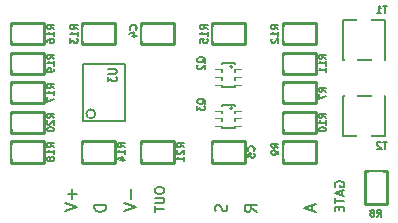
<source format=gbo>
G04 (created by PCBNEW (2013-07-07 BZR 4022)-stable) date 2014-06-17 1:27:57 PM*
%MOIN*%
G04 Gerber Fmt 3.4, Leading zero omitted, Abs format*
%FSLAX34Y34*%
G01*
G70*
G90*
G04 APERTURE LIST*
%ADD10C,0.00590551*%
%ADD11C,0.0075*%
%ADD12C,0.006*%
%ADD13C,0.008*%
%ADD14C,0.0026*%
%ADD15C,0.01*%
%ADD16C,0.00625*%
%ADD17C,0.0063*%
%ADD18R,0.0512X0.0118*%
%ADD19R,0.0314X0.0157*%
%ADD20R,0.032X0.045*%
%ADD21R,0.045X0.032*%
%ADD22R,0.0393701X0.0492126*%
%ADD23R,0.0472441X0.0492126*%
G04 APERTURE END LIST*
G54D10*
G54D11*
X41249Y-35896D02*
X41249Y-36201D01*
X41402Y-36049D02*
X41097Y-36049D01*
X41002Y-36334D02*
X41402Y-36468D01*
X41002Y-36601D01*
X43218Y-35896D02*
X43218Y-36201D01*
X42970Y-36334D02*
X43370Y-36468D01*
X42970Y-36601D01*
G54D12*
X44002Y-35900D02*
X44002Y-35961D01*
X44017Y-35991D01*
X44048Y-36022D01*
X44109Y-36037D01*
X44215Y-36037D01*
X44276Y-36022D01*
X44307Y-35991D01*
X44322Y-35961D01*
X44322Y-35900D01*
X44307Y-35869D01*
X44276Y-35839D01*
X44215Y-35824D01*
X44109Y-35824D01*
X44048Y-35839D01*
X44017Y-35869D01*
X44002Y-35900D01*
X44002Y-36174D02*
X44261Y-36174D01*
X44291Y-36189D01*
X44307Y-36205D01*
X44322Y-36235D01*
X44322Y-36296D01*
X44307Y-36327D01*
X44291Y-36342D01*
X44261Y-36357D01*
X44002Y-36357D01*
X44002Y-36464D02*
X44002Y-36647D01*
X44322Y-36555D02*
X44002Y-36555D01*
X50021Y-35802D02*
X50006Y-35771D01*
X50006Y-35725D01*
X50021Y-35680D01*
X50052Y-35649D01*
X50082Y-35634D01*
X50143Y-35619D01*
X50189Y-35619D01*
X50250Y-35634D01*
X50280Y-35649D01*
X50311Y-35680D01*
X50326Y-35725D01*
X50326Y-35756D01*
X50311Y-35802D01*
X50295Y-35817D01*
X50189Y-35817D01*
X50189Y-35756D01*
X50234Y-35939D02*
X50234Y-36091D01*
X50326Y-35908D02*
X50006Y-36015D01*
X50326Y-36122D01*
X50006Y-36183D02*
X50006Y-36365D01*
X50326Y-36274D02*
X50006Y-36274D01*
X50158Y-36472D02*
X50158Y-36579D01*
X50326Y-36624D02*
X50326Y-36472D01*
X50006Y-36472D01*
X50006Y-36624D01*
G54D11*
X49260Y-36420D02*
X49260Y-36610D01*
X49374Y-36382D02*
X48974Y-36515D01*
X49374Y-36649D01*
X47405Y-36639D02*
X47215Y-36506D01*
X47405Y-36410D02*
X47005Y-36410D01*
X47005Y-36563D01*
X47025Y-36601D01*
X47044Y-36620D01*
X47082Y-36639D01*
X47139Y-36639D01*
X47177Y-36620D01*
X47196Y-36601D01*
X47215Y-36563D01*
X47215Y-36410D01*
X46402Y-36401D02*
X46421Y-36458D01*
X46421Y-36553D01*
X46402Y-36591D01*
X46383Y-36610D01*
X46345Y-36630D01*
X46307Y-36630D01*
X46269Y-36610D01*
X46250Y-36591D01*
X46231Y-36553D01*
X46212Y-36477D01*
X46193Y-36439D01*
X46174Y-36420D01*
X46136Y-36401D01*
X46097Y-36401D01*
X46059Y-36420D01*
X46040Y-36439D01*
X46021Y-36477D01*
X46021Y-36572D01*
X46040Y-36630D01*
X42386Y-36410D02*
X41986Y-36410D01*
X41986Y-36506D01*
X42005Y-36563D01*
X42043Y-36601D01*
X42081Y-36620D01*
X42157Y-36639D01*
X42214Y-36639D01*
X42291Y-36620D01*
X42329Y-36601D01*
X42367Y-36563D01*
X42386Y-36506D01*
X42386Y-36410D01*
G54D13*
X43022Y-33627D02*
X43022Y-31727D01*
X43022Y-31727D02*
X41622Y-31727D01*
X41622Y-31727D02*
X41622Y-33627D01*
X41622Y-33627D02*
X43022Y-33627D01*
X42022Y-33377D02*
G75*
G03X42022Y-33377I-150J0D01*
G74*
G01*
G54D14*
X46889Y-33150D02*
X46889Y-33268D01*
X46889Y-33268D02*
X46692Y-33268D01*
X46692Y-33150D02*
X46692Y-33268D01*
X46889Y-33150D02*
X46692Y-33150D01*
X46889Y-33405D02*
X46889Y-33523D01*
X46889Y-33523D02*
X46692Y-33523D01*
X46692Y-33405D02*
X46692Y-33523D01*
X46889Y-33405D02*
X46692Y-33405D01*
X46889Y-33660D02*
X46889Y-33778D01*
X46889Y-33778D02*
X46692Y-33778D01*
X46692Y-33660D02*
X46692Y-33778D01*
X46889Y-33660D02*
X46692Y-33660D01*
X46220Y-33660D02*
X46220Y-33778D01*
X46220Y-33778D02*
X46023Y-33778D01*
X46023Y-33660D02*
X46023Y-33778D01*
X46220Y-33660D02*
X46023Y-33660D01*
X46220Y-33405D02*
X46220Y-33523D01*
X46220Y-33523D02*
X46023Y-33523D01*
X46023Y-33405D02*
X46023Y-33523D01*
X46220Y-33405D02*
X46023Y-33405D01*
X46220Y-33150D02*
X46220Y-33268D01*
X46220Y-33268D02*
X46023Y-33268D01*
X46023Y-33150D02*
X46023Y-33268D01*
X46220Y-33150D02*
X46023Y-33150D01*
G54D13*
X46240Y-33071D02*
X46240Y-33857D01*
X46240Y-33857D02*
X46672Y-33857D01*
X46672Y-33857D02*
X46672Y-33071D01*
X46672Y-33071D02*
X46240Y-33071D01*
G54D12*
X46595Y-33189D02*
G75*
G03X46595Y-33189I-41J0D01*
G74*
G01*
G54D14*
X46889Y-31772D02*
X46889Y-31890D01*
X46889Y-31890D02*
X46692Y-31890D01*
X46692Y-31772D02*
X46692Y-31890D01*
X46889Y-31772D02*
X46692Y-31772D01*
X46889Y-32027D02*
X46889Y-32145D01*
X46889Y-32145D02*
X46692Y-32145D01*
X46692Y-32027D02*
X46692Y-32145D01*
X46889Y-32027D02*
X46692Y-32027D01*
X46889Y-32282D02*
X46889Y-32400D01*
X46889Y-32400D02*
X46692Y-32400D01*
X46692Y-32282D02*
X46692Y-32400D01*
X46889Y-32282D02*
X46692Y-32282D01*
X46220Y-32282D02*
X46220Y-32400D01*
X46220Y-32400D02*
X46023Y-32400D01*
X46023Y-32282D02*
X46023Y-32400D01*
X46220Y-32282D02*
X46023Y-32282D01*
X46220Y-32027D02*
X46220Y-32145D01*
X46220Y-32145D02*
X46023Y-32145D01*
X46023Y-32027D02*
X46023Y-32145D01*
X46220Y-32027D02*
X46023Y-32027D01*
X46220Y-31772D02*
X46220Y-31890D01*
X46220Y-31890D02*
X46023Y-31890D01*
X46023Y-31772D02*
X46023Y-31890D01*
X46220Y-31772D02*
X46023Y-31772D01*
G54D13*
X46240Y-31693D02*
X46240Y-32479D01*
X46240Y-32479D02*
X46672Y-32479D01*
X46672Y-32479D02*
X46672Y-31693D01*
X46672Y-31693D02*
X46240Y-31693D01*
G54D12*
X46595Y-31811D02*
G75*
G03X46595Y-31811I-41J0D01*
G74*
G01*
G54D15*
X48267Y-34291D02*
X49370Y-34291D01*
X49370Y-34291D02*
X49370Y-35000D01*
X49370Y-35000D02*
X48267Y-35000D01*
X48267Y-35000D02*
X48267Y-34291D01*
X42677Y-35000D02*
X41574Y-35000D01*
X41574Y-35000D02*
X41574Y-34291D01*
X41574Y-34291D02*
X42677Y-34291D01*
X42677Y-34291D02*
X42677Y-35000D01*
X40314Y-35000D02*
X39212Y-35000D01*
X39212Y-35000D02*
X39212Y-34291D01*
X39212Y-34291D02*
X40314Y-34291D01*
X40314Y-34291D02*
X40314Y-35000D01*
X49370Y-34015D02*
X48267Y-34015D01*
X48267Y-34015D02*
X48267Y-33307D01*
X48267Y-33307D02*
X49370Y-33307D01*
X49370Y-33307D02*
X49370Y-34015D01*
X48267Y-32322D02*
X49370Y-32322D01*
X49370Y-32322D02*
X49370Y-33031D01*
X49370Y-33031D02*
X48267Y-33031D01*
X48267Y-33031D02*
X48267Y-32322D01*
X48267Y-31338D02*
X49370Y-31338D01*
X49370Y-31338D02*
X49370Y-32047D01*
X49370Y-32047D02*
X48267Y-32047D01*
X48267Y-32047D02*
X48267Y-31338D01*
X49370Y-31062D02*
X48267Y-31062D01*
X48267Y-31062D02*
X48267Y-30354D01*
X48267Y-30354D02*
X49370Y-30354D01*
X49370Y-30354D02*
X49370Y-31062D01*
X44645Y-35000D02*
X43543Y-35000D01*
X43543Y-35000D02*
X43543Y-34291D01*
X43543Y-34291D02*
X44645Y-34291D01*
X44645Y-34291D02*
X44645Y-35000D01*
X45905Y-34291D02*
X47007Y-34291D01*
X47007Y-34291D02*
X47007Y-35000D01*
X47007Y-35000D02*
X45905Y-35000D01*
X45905Y-35000D02*
X45905Y-34291D01*
X45905Y-30354D02*
X47007Y-30354D01*
X47007Y-30354D02*
X47007Y-31062D01*
X47007Y-31062D02*
X45905Y-31062D01*
X45905Y-31062D02*
X45905Y-30354D01*
X40314Y-31062D02*
X39212Y-31062D01*
X39212Y-31062D02*
X39212Y-30354D01*
X39212Y-30354D02*
X40314Y-30354D01*
X40314Y-30354D02*
X40314Y-31062D01*
X39212Y-32322D02*
X40314Y-32322D01*
X40314Y-32322D02*
X40314Y-33031D01*
X40314Y-33031D02*
X39212Y-33031D01*
X39212Y-33031D02*
X39212Y-32322D01*
X39212Y-33307D02*
X40314Y-33307D01*
X40314Y-33307D02*
X40314Y-34015D01*
X40314Y-34015D02*
X39212Y-34015D01*
X39212Y-34015D02*
X39212Y-33307D01*
X40314Y-32047D02*
X39212Y-32047D01*
X39212Y-32047D02*
X39212Y-31338D01*
X39212Y-31338D02*
X40314Y-31338D01*
X40314Y-31338D02*
X40314Y-32047D01*
X42677Y-31062D02*
X41574Y-31062D01*
X41574Y-31062D02*
X41574Y-30354D01*
X41574Y-30354D02*
X42677Y-30354D01*
X42677Y-30354D02*
X42677Y-31062D01*
X51023Y-36377D02*
X51023Y-35275D01*
X51023Y-35275D02*
X51732Y-35275D01*
X51732Y-35275D02*
X51732Y-36377D01*
X51732Y-36377D02*
X51023Y-36377D01*
X44645Y-31062D02*
X43543Y-31062D01*
X43543Y-31062D02*
X43543Y-30354D01*
X43543Y-30354D02*
X44645Y-30354D01*
X44645Y-30354D02*
X44645Y-31062D01*
G54D10*
X50275Y-30905D02*
X50275Y-30236D01*
X50275Y-30236D02*
X51692Y-30236D01*
X51692Y-30236D02*
X51692Y-31574D01*
X51692Y-31574D02*
X50275Y-31574D01*
X50275Y-31574D02*
X50275Y-30905D01*
X51692Y-33464D02*
X51692Y-34133D01*
X51692Y-34133D02*
X50275Y-34133D01*
X50275Y-34133D02*
X50275Y-32795D01*
X50275Y-32795D02*
X51692Y-32795D01*
X51692Y-32795D02*
X51692Y-33464D01*
G54D16*
X42439Y-31896D02*
X42682Y-31896D01*
X42710Y-31908D01*
X42725Y-31919D01*
X42739Y-31943D01*
X42739Y-31991D01*
X42725Y-32015D01*
X42710Y-32027D01*
X42682Y-32038D01*
X42439Y-32038D01*
X42439Y-32134D02*
X42439Y-32288D01*
X42553Y-32205D01*
X42553Y-32241D01*
X42568Y-32265D01*
X42582Y-32277D01*
X42610Y-32288D01*
X42682Y-32288D01*
X42710Y-32277D01*
X42725Y-32265D01*
X42739Y-32241D01*
X42739Y-32169D01*
X42725Y-32146D01*
X42710Y-32134D01*
G54D17*
G54D12*
X45690Y-33048D02*
X45679Y-33025D01*
X45656Y-33002D01*
X45622Y-32968D01*
X45610Y-32945D01*
X45610Y-32922D01*
X45668Y-32933D02*
X45656Y-32910D01*
X45633Y-32888D01*
X45588Y-32876D01*
X45508Y-32876D01*
X45462Y-32888D01*
X45439Y-32910D01*
X45428Y-32933D01*
X45428Y-32979D01*
X45439Y-33002D01*
X45462Y-33025D01*
X45508Y-33036D01*
X45588Y-33036D01*
X45633Y-33025D01*
X45656Y-33002D01*
X45668Y-32979D01*
X45668Y-32933D01*
X45428Y-33116D02*
X45428Y-33265D01*
X45519Y-33185D01*
X45519Y-33219D01*
X45530Y-33242D01*
X45542Y-33253D01*
X45565Y-33265D01*
X45622Y-33265D01*
X45645Y-33253D01*
X45656Y-33242D01*
X45668Y-33219D01*
X45668Y-33150D01*
X45656Y-33128D01*
X45645Y-33116D01*
X45690Y-31670D02*
X45679Y-31647D01*
X45656Y-31624D01*
X45622Y-31590D01*
X45610Y-31567D01*
X45610Y-31544D01*
X45668Y-31555D02*
X45656Y-31532D01*
X45633Y-31510D01*
X45588Y-31498D01*
X45508Y-31498D01*
X45462Y-31510D01*
X45439Y-31532D01*
X45428Y-31555D01*
X45428Y-31601D01*
X45439Y-31624D01*
X45462Y-31647D01*
X45508Y-31658D01*
X45588Y-31658D01*
X45633Y-31647D01*
X45656Y-31624D01*
X45668Y-31601D01*
X45668Y-31555D01*
X45450Y-31750D02*
X45439Y-31761D01*
X45428Y-31784D01*
X45428Y-31841D01*
X45439Y-31864D01*
X45450Y-31875D01*
X45473Y-31887D01*
X45496Y-31887D01*
X45530Y-31875D01*
X45668Y-31738D01*
X45668Y-31887D01*
X48128Y-34507D02*
X48014Y-34427D01*
X48128Y-34370D02*
X47888Y-34370D01*
X47888Y-34461D01*
X47900Y-34484D01*
X47911Y-34495D01*
X47934Y-34507D01*
X47968Y-34507D01*
X47991Y-34495D01*
X48002Y-34484D01*
X48014Y-34461D01*
X48014Y-34370D01*
X48128Y-34621D02*
X48128Y-34667D01*
X48117Y-34690D01*
X48105Y-34701D01*
X48071Y-34724D01*
X48025Y-34735D01*
X47934Y-34735D01*
X47911Y-34724D01*
X47900Y-34712D01*
X47888Y-34690D01*
X47888Y-34644D01*
X47900Y-34621D01*
X47911Y-34610D01*
X47934Y-34598D01*
X47991Y-34598D01*
X48014Y-34610D01*
X48025Y-34621D01*
X48037Y-34644D01*
X48037Y-34690D01*
X48025Y-34712D01*
X48014Y-34724D01*
X47991Y-34735D01*
X43010Y-34491D02*
X42896Y-34411D01*
X43010Y-34354D02*
X42770Y-34354D01*
X42770Y-34445D01*
X42781Y-34468D01*
X42793Y-34479D01*
X42816Y-34491D01*
X42850Y-34491D01*
X42873Y-34479D01*
X42884Y-34468D01*
X42896Y-34445D01*
X42896Y-34354D01*
X43010Y-34719D02*
X43010Y-34582D01*
X43010Y-34651D02*
X42770Y-34651D01*
X42804Y-34628D01*
X42827Y-34605D01*
X42839Y-34582D01*
X42850Y-34925D02*
X43010Y-34925D01*
X42759Y-34868D02*
X42930Y-34811D01*
X42930Y-34959D01*
X40648Y-34491D02*
X40534Y-34411D01*
X40648Y-34354D02*
X40408Y-34354D01*
X40408Y-34445D01*
X40419Y-34468D01*
X40431Y-34479D01*
X40454Y-34491D01*
X40488Y-34491D01*
X40511Y-34479D01*
X40522Y-34468D01*
X40534Y-34445D01*
X40534Y-34354D01*
X40648Y-34719D02*
X40648Y-34582D01*
X40648Y-34651D02*
X40408Y-34651D01*
X40442Y-34628D01*
X40465Y-34605D01*
X40476Y-34582D01*
X40511Y-34857D02*
X40499Y-34834D01*
X40488Y-34822D01*
X40465Y-34811D01*
X40454Y-34811D01*
X40431Y-34822D01*
X40419Y-34834D01*
X40408Y-34857D01*
X40408Y-34902D01*
X40419Y-34925D01*
X40431Y-34937D01*
X40454Y-34948D01*
X40465Y-34948D01*
X40488Y-34937D01*
X40499Y-34925D01*
X40511Y-34902D01*
X40511Y-34857D01*
X40522Y-34834D01*
X40534Y-34822D01*
X40556Y-34811D01*
X40602Y-34811D01*
X40625Y-34822D01*
X40636Y-34834D01*
X40648Y-34857D01*
X40648Y-34902D01*
X40636Y-34925D01*
X40625Y-34937D01*
X40602Y-34948D01*
X40556Y-34948D01*
X40534Y-34937D01*
X40522Y-34925D01*
X40511Y-34902D01*
X49703Y-33507D02*
X49589Y-33427D01*
X49703Y-33369D02*
X49463Y-33369D01*
X49463Y-33461D01*
X49474Y-33484D01*
X49486Y-33495D01*
X49509Y-33507D01*
X49543Y-33507D01*
X49566Y-33495D01*
X49577Y-33484D01*
X49589Y-33461D01*
X49589Y-33369D01*
X49703Y-33735D02*
X49703Y-33598D01*
X49703Y-33667D02*
X49463Y-33667D01*
X49497Y-33644D01*
X49520Y-33621D01*
X49532Y-33598D01*
X49463Y-33884D02*
X49463Y-33907D01*
X49474Y-33929D01*
X49486Y-33941D01*
X49509Y-33952D01*
X49554Y-33964D01*
X49612Y-33964D01*
X49657Y-33952D01*
X49680Y-33941D01*
X49692Y-33929D01*
X49703Y-33907D01*
X49703Y-33884D01*
X49692Y-33861D01*
X49680Y-33849D01*
X49657Y-33838D01*
X49612Y-33827D01*
X49554Y-33827D01*
X49509Y-33838D01*
X49486Y-33849D01*
X49474Y-33861D01*
X49463Y-33884D01*
X49703Y-32637D02*
X49589Y-32557D01*
X49703Y-32500D02*
X49463Y-32500D01*
X49463Y-32591D01*
X49474Y-32614D01*
X49486Y-32625D01*
X49509Y-32637D01*
X49543Y-32637D01*
X49566Y-32625D01*
X49577Y-32614D01*
X49589Y-32591D01*
X49589Y-32500D01*
X49463Y-32717D02*
X49463Y-32877D01*
X49703Y-32774D01*
X49703Y-31538D02*
X49589Y-31458D01*
X49703Y-31401D02*
X49463Y-31401D01*
X49463Y-31492D01*
X49474Y-31515D01*
X49486Y-31527D01*
X49509Y-31538D01*
X49543Y-31538D01*
X49566Y-31527D01*
X49577Y-31515D01*
X49589Y-31492D01*
X49589Y-31401D01*
X49703Y-31767D02*
X49703Y-31630D01*
X49703Y-31698D02*
X49463Y-31698D01*
X49497Y-31675D01*
X49520Y-31652D01*
X49532Y-31630D01*
X49703Y-31995D02*
X49703Y-31858D01*
X49703Y-31927D02*
X49463Y-31927D01*
X49497Y-31904D01*
X49520Y-31881D01*
X49532Y-31858D01*
X48128Y-30554D02*
X48014Y-30474D01*
X48128Y-30417D02*
X47888Y-30417D01*
X47888Y-30508D01*
X47900Y-30531D01*
X47911Y-30542D01*
X47934Y-30554D01*
X47968Y-30554D01*
X47991Y-30542D01*
X48002Y-30531D01*
X48014Y-30508D01*
X48014Y-30417D01*
X48128Y-30782D02*
X48128Y-30645D01*
X48128Y-30714D02*
X47888Y-30714D01*
X47922Y-30691D01*
X47945Y-30668D01*
X47957Y-30645D01*
X47911Y-30874D02*
X47900Y-30885D01*
X47888Y-30908D01*
X47888Y-30965D01*
X47900Y-30988D01*
X47911Y-31000D01*
X47934Y-31011D01*
X47957Y-31011D01*
X47991Y-31000D01*
X48128Y-30862D01*
X48128Y-31011D01*
X44979Y-34491D02*
X44864Y-34411D01*
X44979Y-34354D02*
X44739Y-34354D01*
X44739Y-34445D01*
X44750Y-34468D01*
X44761Y-34479D01*
X44784Y-34491D01*
X44819Y-34491D01*
X44841Y-34479D01*
X44853Y-34468D01*
X44864Y-34445D01*
X44864Y-34354D01*
X44761Y-34582D02*
X44750Y-34594D01*
X44739Y-34617D01*
X44739Y-34674D01*
X44750Y-34697D01*
X44761Y-34708D01*
X44784Y-34719D01*
X44807Y-34719D01*
X44841Y-34708D01*
X44979Y-34571D01*
X44979Y-34719D01*
X44979Y-34948D02*
X44979Y-34811D01*
X44979Y-34879D02*
X44739Y-34879D01*
X44773Y-34857D01*
X44796Y-34834D01*
X44807Y-34811D01*
X47318Y-34605D02*
X47329Y-34594D01*
X47341Y-34559D01*
X47341Y-34537D01*
X47329Y-34502D01*
X47306Y-34479D01*
X47284Y-34468D01*
X47238Y-34457D01*
X47204Y-34457D01*
X47158Y-34468D01*
X47135Y-34479D01*
X47112Y-34502D01*
X47101Y-34537D01*
X47101Y-34559D01*
X47112Y-34594D01*
X47124Y-34605D01*
X47101Y-34822D02*
X47101Y-34708D01*
X47215Y-34697D01*
X47204Y-34708D01*
X47192Y-34731D01*
X47192Y-34788D01*
X47204Y-34811D01*
X47215Y-34822D01*
X47238Y-34834D01*
X47295Y-34834D01*
X47318Y-34822D01*
X47329Y-34811D01*
X47341Y-34788D01*
X47341Y-34731D01*
X47329Y-34708D01*
X47318Y-34697D01*
X45766Y-30554D02*
X45652Y-30474D01*
X45766Y-30417D02*
X45526Y-30417D01*
X45526Y-30508D01*
X45537Y-30531D01*
X45549Y-30542D01*
X45572Y-30554D01*
X45606Y-30554D01*
X45629Y-30542D01*
X45640Y-30531D01*
X45652Y-30508D01*
X45652Y-30417D01*
X45766Y-30782D02*
X45766Y-30645D01*
X45766Y-30714D02*
X45526Y-30714D01*
X45560Y-30691D01*
X45583Y-30668D01*
X45595Y-30645D01*
X45526Y-31000D02*
X45526Y-30885D01*
X45640Y-30874D01*
X45629Y-30885D01*
X45617Y-30908D01*
X45617Y-30965D01*
X45629Y-30988D01*
X45640Y-31000D01*
X45663Y-31011D01*
X45720Y-31011D01*
X45743Y-31000D01*
X45755Y-30988D01*
X45766Y-30965D01*
X45766Y-30908D01*
X45755Y-30885D01*
X45743Y-30874D01*
X40648Y-30554D02*
X40534Y-30474D01*
X40648Y-30417D02*
X40408Y-30417D01*
X40408Y-30508D01*
X40419Y-30531D01*
X40431Y-30542D01*
X40454Y-30554D01*
X40488Y-30554D01*
X40511Y-30542D01*
X40522Y-30531D01*
X40534Y-30508D01*
X40534Y-30417D01*
X40648Y-30782D02*
X40648Y-30645D01*
X40648Y-30714D02*
X40408Y-30714D01*
X40442Y-30691D01*
X40465Y-30668D01*
X40476Y-30645D01*
X40408Y-30988D02*
X40408Y-30942D01*
X40419Y-30920D01*
X40431Y-30908D01*
X40465Y-30885D01*
X40511Y-30874D01*
X40602Y-30874D01*
X40625Y-30885D01*
X40636Y-30897D01*
X40648Y-30920D01*
X40648Y-30965D01*
X40636Y-30988D01*
X40625Y-31000D01*
X40602Y-31011D01*
X40545Y-31011D01*
X40522Y-31000D01*
X40511Y-30988D01*
X40499Y-30965D01*
X40499Y-30920D01*
X40511Y-30897D01*
X40522Y-30885D01*
X40545Y-30874D01*
X40648Y-32522D02*
X40534Y-32442D01*
X40648Y-32385D02*
X40408Y-32385D01*
X40408Y-32477D01*
X40419Y-32500D01*
X40431Y-32511D01*
X40454Y-32522D01*
X40488Y-32522D01*
X40511Y-32511D01*
X40522Y-32500D01*
X40534Y-32477D01*
X40534Y-32385D01*
X40648Y-32751D02*
X40648Y-32614D01*
X40648Y-32682D02*
X40408Y-32682D01*
X40442Y-32660D01*
X40465Y-32637D01*
X40476Y-32614D01*
X40408Y-32831D02*
X40408Y-32991D01*
X40648Y-32888D01*
X40648Y-33507D02*
X40534Y-33427D01*
X40648Y-33369D02*
X40408Y-33369D01*
X40408Y-33461D01*
X40419Y-33484D01*
X40431Y-33495D01*
X40454Y-33507D01*
X40488Y-33507D01*
X40511Y-33495D01*
X40522Y-33484D01*
X40534Y-33461D01*
X40534Y-33369D01*
X40431Y-33598D02*
X40419Y-33609D01*
X40408Y-33632D01*
X40408Y-33689D01*
X40419Y-33712D01*
X40431Y-33724D01*
X40454Y-33735D01*
X40476Y-33735D01*
X40511Y-33724D01*
X40648Y-33587D01*
X40648Y-33735D01*
X40408Y-33884D02*
X40408Y-33907D01*
X40419Y-33929D01*
X40431Y-33941D01*
X40454Y-33952D01*
X40499Y-33964D01*
X40556Y-33964D01*
X40602Y-33952D01*
X40625Y-33941D01*
X40636Y-33929D01*
X40648Y-33907D01*
X40648Y-33884D01*
X40636Y-33861D01*
X40625Y-33849D01*
X40602Y-33838D01*
X40556Y-33827D01*
X40499Y-33827D01*
X40454Y-33838D01*
X40431Y-33849D01*
X40419Y-33861D01*
X40408Y-33884D01*
X40648Y-31538D02*
X40534Y-31458D01*
X40648Y-31401D02*
X40408Y-31401D01*
X40408Y-31492D01*
X40419Y-31515D01*
X40431Y-31527D01*
X40454Y-31538D01*
X40488Y-31538D01*
X40511Y-31527D01*
X40522Y-31515D01*
X40534Y-31492D01*
X40534Y-31401D01*
X40648Y-31767D02*
X40648Y-31630D01*
X40648Y-31698D02*
X40408Y-31698D01*
X40442Y-31675D01*
X40465Y-31652D01*
X40476Y-31630D01*
X40648Y-31881D02*
X40648Y-31927D01*
X40636Y-31950D01*
X40625Y-31961D01*
X40591Y-31984D01*
X40545Y-31995D01*
X40454Y-31995D01*
X40431Y-31984D01*
X40419Y-31972D01*
X40408Y-31950D01*
X40408Y-31904D01*
X40419Y-31881D01*
X40431Y-31870D01*
X40454Y-31858D01*
X40511Y-31858D01*
X40534Y-31870D01*
X40545Y-31881D01*
X40556Y-31904D01*
X40556Y-31950D01*
X40545Y-31972D01*
X40534Y-31984D01*
X40511Y-31995D01*
X41435Y-30554D02*
X41321Y-30474D01*
X41435Y-30417D02*
X41195Y-30417D01*
X41195Y-30508D01*
X41207Y-30531D01*
X41218Y-30542D01*
X41241Y-30554D01*
X41275Y-30554D01*
X41298Y-30542D01*
X41310Y-30531D01*
X41321Y-30508D01*
X41321Y-30417D01*
X41435Y-30782D02*
X41435Y-30645D01*
X41435Y-30714D02*
X41195Y-30714D01*
X41230Y-30691D01*
X41252Y-30668D01*
X41264Y-30645D01*
X41195Y-30862D02*
X41195Y-31011D01*
X41287Y-30931D01*
X41287Y-30965D01*
X41298Y-30988D01*
X41310Y-31000D01*
X41332Y-31011D01*
X41390Y-31011D01*
X41412Y-31000D01*
X41424Y-30988D01*
X41435Y-30965D01*
X41435Y-30897D01*
X41424Y-30874D01*
X41412Y-30862D01*
X51417Y-36809D02*
X51497Y-36695D01*
X51555Y-36809D02*
X51555Y-36569D01*
X51463Y-36569D01*
X51440Y-36581D01*
X51429Y-36592D01*
X51417Y-36615D01*
X51417Y-36649D01*
X51429Y-36672D01*
X51440Y-36684D01*
X51463Y-36695D01*
X51555Y-36695D01*
X51280Y-36672D02*
X51303Y-36661D01*
X51315Y-36649D01*
X51326Y-36626D01*
X51326Y-36615D01*
X51315Y-36592D01*
X51303Y-36581D01*
X51280Y-36569D01*
X51235Y-36569D01*
X51212Y-36581D01*
X51200Y-36592D01*
X51189Y-36615D01*
X51189Y-36626D01*
X51200Y-36649D01*
X51212Y-36661D01*
X51235Y-36672D01*
X51280Y-36672D01*
X51303Y-36684D01*
X51315Y-36695D01*
X51326Y-36718D01*
X51326Y-36764D01*
X51315Y-36786D01*
X51303Y-36798D01*
X51280Y-36809D01*
X51235Y-36809D01*
X51212Y-36798D01*
X51200Y-36786D01*
X51189Y-36764D01*
X51189Y-36718D01*
X51200Y-36695D01*
X51212Y-36684D01*
X51235Y-36672D01*
X43381Y-30570D02*
X43392Y-30558D01*
X43404Y-30524D01*
X43404Y-30501D01*
X43392Y-30467D01*
X43369Y-30444D01*
X43347Y-30433D01*
X43301Y-30421D01*
X43267Y-30421D01*
X43221Y-30433D01*
X43198Y-30444D01*
X43175Y-30467D01*
X43164Y-30501D01*
X43164Y-30524D01*
X43175Y-30558D01*
X43187Y-30570D01*
X43244Y-30775D02*
X43404Y-30775D01*
X43152Y-30718D02*
X43324Y-30661D01*
X43324Y-30810D01*
X51757Y-29778D02*
X51620Y-29778D01*
X51689Y-30018D02*
X51689Y-29778D01*
X51414Y-30018D02*
X51551Y-30018D01*
X51483Y-30018D02*
X51483Y-29778D01*
X51506Y-29812D01*
X51529Y-29835D01*
X51551Y-29846D01*
X51757Y-34305D02*
X51620Y-34305D01*
X51689Y-34545D02*
X51689Y-34305D01*
X51551Y-34328D02*
X51540Y-34317D01*
X51517Y-34305D01*
X51460Y-34305D01*
X51437Y-34317D01*
X51426Y-34328D01*
X51414Y-34351D01*
X51414Y-34374D01*
X51426Y-34408D01*
X51563Y-34545D01*
X51414Y-34545D01*
%LPC*%
G54D18*
X41222Y-33437D03*
X41222Y-33187D03*
X41222Y-32927D03*
X41222Y-32677D03*
X41222Y-32417D03*
X41222Y-32162D03*
X41222Y-31907D03*
X43422Y-31907D03*
X43422Y-32162D03*
X43422Y-32417D03*
X43422Y-32677D03*
X43422Y-32932D03*
X43422Y-33187D03*
X43422Y-33442D03*
G54D19*
X46770Y-33209D03*
X46770Y-33464D03*
X46770Y-33719D03*
X46142Y-33719D03*
X46142Y-33464D03*
X46142Y-33209D03*
X46770Y-31831D03*
X46770Y-32086D03*
X46770Y-32341D03*
X46142Y-32341D03*
X46142Y-32086D03*
X46142Y-31831D03*
G54D20*
X48483Y-34645D03*
X49153Y-34645D03*
X42460Y-34645D03*
X41790Y-34645D03*
X40098Y-34645D03*
X39428Y-34645D03*
X49153Y-33661D03*
X48483Y-33661D03*
X48483Y-32677D03*
X49153Y-32677D03*
X48483Y-31692D03*
X49153Y-31692D03*
X49153Y-30708D03*
X48483Y-30708D03*
X44429Y-34645D03*
X43759Y-34645D03*
X46121Y-34645D03*
X46791Y-34645D03*
X46121Y-30708D03*
X46791Y-30708D03*
X40098Y-30708D03*
X39428Y-30708D03*
X39428Y-32677D03*
X40098Y-32677D03*
X39428Y-33661D03*
X40098Y-33661D03*
X40098Y-31692D03*
X39428Y-31692D03*
X42460Y-30708D03*
X41790Y-30708D03*
G54D21*
X51377Y-36161D03*
X51377Y-35491D03*
G54D20*
X44429Y-30708D03*
X43759Y-30708D03*
G54D22*
X50531Y-31633D03*
X51437Y-31633D03*
G54D23*
X50984Y-30177D03*
G54D22*
X51437Y-32736D03*
X50531Y-32736D03*
G54D23*
X50984Y-34192D03*
M02*

</source>
